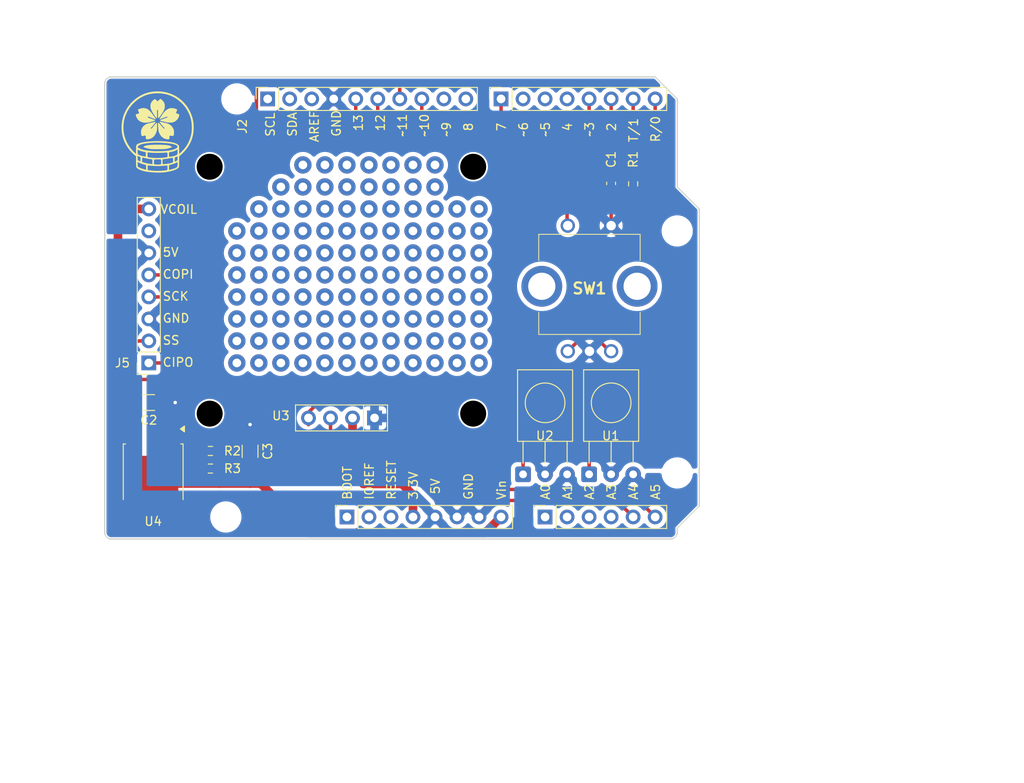
<source format=kicad_pcb>
(kicad_pcb (version 20241229) (generator "pcbnew") (generator_version "9.0")
  (title_block (date "mar. 31 mars 2015"))
  (layers (0 "F.Cu" signal) (2 "B.Cu" signal) (13 "F.Paste" user) (15 "B.Paste" user) (5 "F.SilkS" user "F.Silkscreen") (7 "B.SilkS" user "B.Silkscreen") (1 "F.Mask" user) (3 "B.Mask" user) (25 "Edge.Cuts" user))
  (net 0 "")
  (net 1 "GND")
  (net 3 "+5V")
  (net 4 "/IOREF")
  (net 5 "/A0")
  (net 6 "/A1")
  (net 7 "/A2")
  (net 8 "/A3")
  (net 9 "/7")
  (net 10 "/4")
  (net 11 "/2")
  (net 12 "/*6")
  (net 13 "/*5")
  (net 14 "/*3")
  (net 15 "+3.3V")
  (net 16 "/Vin")
  (net 17 "/~{RESET}")
  (net 18 "/A5")
  (net 19 "/A4")
  (net 20 "/1")
  (net 21 "/0")
  (net 22 "Net-(U2-OUT)")
  (net 23 "/COPI")
  (net 24 "/AREF")
  (net 25 "/13")
  (net 26 "/SCL")
  (net 27 "/SS")
  (net 28 "/~9")
  (net 29 "/SDA")
  (net 30 "/12")
  (net 31 "/8")
  (net 33 "/VCOIL")
  (net 34 "Net-(U4-ADJ)")
  (footprint "Connector_PinSocket_2.54mm:PinSocket_1x08_P2.54mm_Vertical" (layer "F.Cu") (at 127.94 97.46 90)
    (property "Reference" "J1" (hide yes))
    (property "Value" "Power")
    (pad "1" thru_hole rect (at 0 0 90) (size 1.7 1.7) (drill 1) (layers "*.Cu" "*.Mask"))
    (pad "2" thru_hole circle (at 0 2.54 90) (size 1.7 1.7) (drill 1) (layers "*.Cu" "*.Mask") (net 4 "/IOREF"))
    (pad "3" thru_hole circle (at 0 5.08 90) (size 1.7 1.7) (drill 1) (layers "*.Cu" "*.Mask") (net 17 "/~{RESET}"))
    (pad "4" thru_hole circle (at 0 7.62 90) (size 1.7 1.7) (drill 1) (layers "*.Cu" "*.Mask") (net 15 "+3.3V"))
    (pad "5" thru_hole circle (at 0 10.16 90) (size 1.7 1.7) (drill 1) (layers "*.Cu" "*.Mask") (net 3 "+5V"))
    (pad "6" thru_hole circle (at 0 12.7 90) (size 1.7 1.7) (drill 1) (layers "*.Cu" "*.Mask") (net 1 "GND"))
    (pad "7" thru_hole circle (at 0 15.24 90) (size 1.7 1.7) (drill 1) (layers "*.Cu" "*.Mask") (net 1 "GND"))
    (pad "8" thru_hole circle (at 0 17.78 90) (size 1.7 1.7) (drill 1) (layers "*.Cu" "*.Mask") (net 16 "/Vin"))
  )
  (footprint "Connector_PinSocket_2.54mm:PinSocket_1x06_P2.54mm_Vertical" (layer "F.Cu") (at 150.8 97.46 90)
    (property "Reference" "J3" (hide yes))
    (property "Value" "Analog")
    (pad "1" thru_hole rect (at 0 0 90) (size 1.7 1.7) (drill 1) (layers "*.Cu" "*.Mask") (net 5 "/A0"))
    (pad "2" thru_hole circle (at 0 2.54 90) (size 1.7 1.7) (drill 1) (layers "*.Cu" "*.Mask") (net 6 "/A1"))
    (pad "3" thru_hole circle (at 0 5.08 90) (size 1.7 1.7) (drill 1) (layers "*.Cu" "*.Mask") (net 7 "/A2"))
    (pad "4" thru_hole circle (at 0 7.62 90) (size 1.7 1.7) (drill 1) (layers "*.Cu" "*.Mask") (net 8 "/A3"))
    (pad "5" thru_hole circle (at 0 10.16 90) (size 1.7 1.7) (drill 1) (layers "*.Cu" "*.Mask") (net 19 "/A4"))
    (pad "6" thru_hole circle (at 0 12.7 90) (size 1.7 1.7) (drill 1) (layers "*.Cu" "*.Mask") (net 18 "/A5"))
  )
  (footprint "Connector_PinSocket_2.54mm:PinSocket_1x10_P2.54mm_Vertical" (layer "F.Cu") (at 118.796 49.2 90)
    (property "Reference" "J2" (at -3.175 -2.921 270) (layer "F.SilkS"))
    (property "Value" "Digital/PWM")
    (pad "1" thru_hole rect (at 0 0 90) (size 1.7 1.7) (drill 1) (layers "*.Cu" "*.Mask") (net 26 "/SCL"))
    (pad "2" thru_hole circle (at 0 2.54 90) (size 1.7 1.7) (drill 1) (layers "*.Cu" "*.Mask") (net 29 "/SDA"))
    (pad "3" thru_hole circle (at 0 5.08 90) (size 1.7 1.7) (drill 1) (layers "*.Cu" "*.Mask") (net 24 "/AREF"))
    (pad "4" thru_hole circle (at 0 7.62 90) (size 1.7 1.7) (drill 1) (layers "*.Cu" "*.Mask") (net 1 "GND"))
    (pad "5" thru_hole circle (at 0 10.16 90) (size 1.7 1.7) (drill 1) (layers "*.Cu" "*.Mask") (net 25 "/13"))
    (pad "6" thru_hole circle (at 0 12.7 90) (size 1.7 1.7) (drill 1) (layers "*.Cu" "*.Mask") (net 30 "/12"))
    (pad "7" thru_hole circle (at 0 15.24 90) (size 1.7 1.7) (drill 1) (layers "*.Cu" "*.Mask") (net 23 "/COPI"))
    (pad "8" thru_hole circle (at 0 17.78 90) (size 1.7 1.7) (drill 1) (layers "*.Cu" "*.Mask") (net 27 "/SS"))
    (pad "9" thru_hole circle (at 0 20.32 90) (size 1.7 1.7) (drill 1) (layers "*.Cu" "*.Mask") (net 28 "/~9"))
    (pad "10" thru_hole circle (at 0 22.86 90) (size 1.7 1.7) (drill 1) (layers "*.Cu" "*.Mask") (net 31 "/8"))
  )
  (footprint "Connector_PinSocket_2.54mm:PinSocket_1x08_P2.54mm_Vertical" (layer "F.Cu") (at 145.72 49.2 90)
    (property "Reference" "J4" (hide yes))
    (property "Value" "Digital/PWM")
    (pad "1" thru_hole rect (at 0 0 90) (size 1.7 1.7) (drill 1) (layers "*.Cu" "*.Mask") (net 9 "/7"))
    (pad "2" thru_hole circle (at 0 2.54 90) (size 1.7 1.7) (drill 1) (layers "*.Cu" "*.Mask") (net 12 "/*6"))
    (pad "3" thru_hole circle (at 0 5.08 90) (size 1.7 1.7) (drill 1) (layers "*.Cu" "*.Mask") (net 13 "/*5"))
    (pad "4" thru_hole circle (at 0 7.62 90) (size 1.7 1.7) (drill 1) (layers "*.Cu" "*.Mask") (net 10 "/4"))
    (pad "5" thru_hole circle (at 0 10.16 90) (size 1.7 1.7) (drill 1) (layers "*.Cu" "*.Mask") (net 14 "/*3"))
    (pad "6" thru_hole circle (at 0 12.7 90) (size 1.7 1.7) (drill 1) (layers "*.Cu" "*.Mask") (net 11 "/2"))
    (pad "7" thru_hole circle (at 0 15.24 90) (size 1.7 1.7) (drill 1) (layers "*.Cu" "*.Mask") (net 20 "/1"))
    (pad "8" thru_hole circle (at 0 17.78 90) (size 1.7 1.7) (drill 1) (layers "*.Cu" "*.Mask") (net 21 "/0"))
  )
  (footprint "myfootprint:PAD4X4_CHAMFER6" (layer "F.Cu") (at 115.24 56.82)
    (property "Reference" "REF**" (hide yes))
    (property "Value" "PAD4X4_CHAMFER6" (hide yes))
    (pad "4" thru_hole circle (at 7.62 0) (size 2 2) (drill 1) (layers "*.Cu" "*.Mask"))
    (pad "7" thru_hole circle (at 5.08 2.54) (size 2 2) (drill 1) (layers "*.Cu" "*.Mask"))
    (pad "8" thru_hole circle (at 7.62 2.54) (size 2 2) (drill 1) (layers "*.Cu" "*.Mask"))
    (pad "10" thru_hole circle (at 2.54 5.08) (size 2 2) (drill 1) (layers "*.Cu" "*.Mask"))
    (pad "11" thru_hole circle (at 5.08 5.08) (size 2 2) (drill 1) (layers "*.Cu" "*.Mask"))
    (pad "12" thru_hole circle (at 7.62 5.08) (size 2 2) (drill 1) (layers "*.Cu" "*.Mask"))
    (pad "13" thru_hole circle (at 0 7.62) (size 2 2) (drill 1) (layers "*.Cu" "*.Mask"))
    (pad "14" thru_hole circle (at 2.54 7.62) (size 2 2) (drill 1) (layers "*.Cu" "*.Mask"))
    (pad "15" thru_hole circle (at 5.08 7.62) (size 2 2) (drill 1) (layers "*.Cu" "*.Mask"))
    (pad "16" thru_hole circle (at 7.62 7.62) (size 2 2) (drill 1) (layers "*.Cu" "*.Mask"))
  )
  (footprint "Package_TO_SOT_SMD:TO-252-2" (layer "F.Cu") (at 105.587 92.34 -90)
    (property "Reference" "U4" (at 5.628 -0.001 180) (layer "F.SilkS"))
    (property "Value" "LM317_TO-252")
    (pad "1" smd roundrect (at -5.04 -2.28 270) (size 2.2 1.2) (layers "F.Cu" "F.Mask" "F.Paste") (roundrect_rratio 0.208333) (net 34 "Net-(U4-ADJ)"))
    (pad "2" smd roundrect (at 1.26 0 270) (size 6.4 5.8) (layers "F.Cu" "F.Mask") (roundrect_rratio 0.043103) (net 16 "/Vin"))
    (pad "3" smd roundrect (at -5.04 2.28 270) (size 2.2 1.2) (layers "F.Cu" "F.Mask" "F.Paste") (roundrect_rratio 0.208333) (net 33 "/VCOIL"))
  )
  (footprint "myfootprint:OLED_4pin_1.3_128X64" (layer "F.Cu") (at 127.305 71.28 180)
    (property "Reference" "U3" (at 6.985 -14.496 180) (layer "F.SilkS"))
    (property "Value" "OLED SSH1106")
    (pad "" np_thru_hole circle (at -15.2 -14.25 180) (size 3 3) (drill 3) (layers "*.Mask"))
    (pad "" np_thru_hole circle (at -15.2 14.25 180) (size 3 3) (drill 3) (layers "*.Mask"))
    (pad "" np_thru_hole circle (at 15.2 -14.25 180) (size 3 3) (drill 3) (layers "*.Mask"))
    (pad "" np_thru_hole circle (at 15.2 14.25 180) (size 3 3) (drill 3) (layers "*.Mask"))
    (pad "1" thru_hole rect (at -3.82 -14.75 180) (size 1.7 1.7) (drill 1) (layers "*.Cu" "*.Mask") (net 1 "GND"))
    (pad "2" thru_hole circle (at -1.28 -14.75 180) (size 1.7 1.7) (drill 1) (layers "*.Cu" "*.Mask") (net 15 "+3.3V"))
    (pad "3" thru_hole circle (at 1.26 -14.75 180) (size 1.7 1.7) (drill 1) (layers "*.Cu" "*.Mask") (net 18 "/A5"))
    (pad "4" thru_hole circle (at 3.8 -14.75 180) (size 1.7 1.7) (drill 1) (layers "*.Cu" "*.Mask") (net 19 "/A4"))
  )
  (footprint "myfootprint:EC11E15204A3" (layer "F.Cu") (at 153.42 78.33)
    (property "Reference" "SW1" (at 2.5 -7.25 0) (layer "F.SilkS") (effects (font (size 1.27 1.27) (thickness 0.254))))
    (property "Value" "EC11E15204A3" (hide yes))
    (pad "A1" thru_hole circle (at 0 0) (size 1.65 1.65) (drill 1.1) (layers "*.Cu" "*.Mask") (net 14 "/*3"))
    (pad "B1" thru_hole circle (at 5 0) (size 1.65 1.65) (drill 1.1) (layers "*.Cu" "*.Mask") (net 11 "/2"))
    (pad "C1" thru_hole circle (at 2.5 0) (size 1.65 1.65) (drill 1.1) (layers "*.Cu" "*.Mask") (net 1 "GND"))
    (pad "D1" thru_hole circle (at 0 -14.5) (size 1.65 1.65) (drill 1.1) (layers "*.Cu" "*.Mask") (net 9 "/7"))
    (pad "D2" thru_hole circle (at 5 -14.5) (size 1.65 1.65) (drill 1.1) (layers "*.Cu" "*.Mask") (net 1 "GND"))
    (pad "MH1" thru_hole circle (at -3 -7.5) (size 4.708 4.708) (drill 3.1385) (layers "*.Cu" "*.Mask"))
    (pad "MH2" thru_hole circle (at 8 -7.5) (size 4.708 4.708) (drill 3.1385) (layers "*.Cu" "*.Mask"))
  )
  (footprint "Capacitor_SMD:C_0603_1608Metric_Pad1.08x0.95mm_HandSolder" (layer "F.Cu") (at 158.42 58.952501 -90)
    (property "Reference" "C1" (at -2.767501 0 90) (layer "F.SilkS"))
    (property "Value" "100p")
    (pad "1" smd roundrect (at -0.8625 0 270) (size 1.075 0.95) (layers "F.Cu" "F.Mask" "F.Paste") (net 20 "/1"))
    (pad "2" smd roundrect (at 0.8625 0 270) (size 1.075 0.95) (layers "F.Cu" "F.Mask" "F.Paste") (net 1 "GND"))
  )
  (footprint "myfootprint:logo_sakurai_fsilk" (layer "F.Cu") (at 106.096 53.01)
    (property "Reference" "G***" (hide yes))
    (property "Value" "LOGO" (hide yes))
  )
  (footprint "myfootprint:PAD4X4" (layer "F.Cu") (at 125.4 66.98)
    (property "Reference" "REF**" (hide yes))
    (property "Value" "PAD4X4" (hide yes))
    (pad "1" thru_hole circle (at 0 0) (size 2 2) (drill 1) (layers "*.Cu" "*.Mask"))
    (pad "2" thru_hole circle (at 2.54 0) (size 2 2) (drill 1) (layers "*.Cu" "*.Mask"))
    (pad "3" thru_hole circle (at 5.08 0) (size 2 2) (drill 1) (layers "*.Cu" "*.Mask"))
    (pad "4" thru_hole circle (at 7.62 0) (size 2 2) (drill 1) (layers "*.Cu" "*.Mask"))
    (pad "5" thru_hole circle (at 0 2.54) (size 2 2) (drill 1) (layers "*.Cu" "*.Mask"))
    (pad "6" thru_hole circle (at 2.54 2.54) (size 2 2) (drill 1) (layers "*.Cu" "*.Mask"))
    (pad "7" thru_hole circle (at 5.08 2.54) (size 2 2) (drill 1) (layers "*.Cu" "*.Mask"))
    (pad "8" thru_hole circle (at 7.62 2.54) (size 2 2) (drill 1) (layers "*.Cu" "*.Mask"))
    (pad "9" thru_hole circle (at 0 5.08) (size 2 2) (drill 1) (layers "*.Cu" "*.Mask"))
    (pad "10" thru_hole circle (at 2.54 5.08) (size 2 2) (drill 1) (layers "*.Cu" "*.Mask"))
    (pad "11" thru_hole circle (at 5.08 5.08) (size 2 2) (drill 1) (layers "*.Cu" "*.Mask"))
    (pad "12" thru_hole circle (at 7.62 5.08) (size 2 2) (drill 1) (layers "*.Cu" "*.Mask"))
    (pad "13" thru_hole circle (at 0 7.62) (size 2 2) (drill 1) (layers "*.Cu" "*.Mask"))
    (pad "14" thru_hole circle (at 2.54 7.62) (size 2 2) (drill 1) (layers "*.Cu" "*.Mask"))
    (pad "15" thru_hole circle (at 5.08 7.62) (size 2 2) (drill 1) (layers "*.Cu" "*.Mask"))
    (pad "16" thru_hole circle (at 7.62 7.62) (size 2 2) (drill 1) (layers "*.Cu" "*.Mask"))
  )
  (footprint "myfootprint:PAD4X4" (layer "F.Cu") (at 135.56 66.98)
    (property "Reference" "REF**" (hide yes))
    (property "Value" "PAD4X4" (hide yes))
    (pad "1" thru_hole circle (at 0 0) (size 2 2) (drill 1) (layers "*.Cu" "*.Mask"))
    (pad "2" thru_hole circle (at 2.54 0) (size 2 2) (drill 1) (layers "*.Cu" "*.Mask"))
    (pad "3" thru_hole circle (at 5.08 0) (size 2 2) (drill 1) (layers "*.Cu" "*.Mask"))
    (pad "4" thru_hole circle (at 7.62 0) (size 2 2) (drill 1) (layers "*.Cu" "*.Mask"))
    (pad "5" thru_hole circle (at 0 2.54) (size 2 2) (drill 1) (layers "*.Cu" "*.Mask"))
    (pad "6" thru_hole circle (at 2.54 2.54) (size 2 2) (drill 1) (layers "*.Cu" "*.Mask"))
    (pad "7" thru_hole circle (at 5.08 2.54) (size 2 2) (drill 1) (layers "*.Cu" "*.Mask"))
    (pad "8" thru_hole circle (at 7.62 2.54) (size 2 2) (drill 1) (layers "*.Cu" "*.Mask"))
    (pad "9" thru_hole circle (at 0 5.08) (size 2 2) (drill 1) (layers "*.Cu" "*.Mask"))
    (pad "10" thru_hole circle (at 2.54 5.08) (size 2 2) (drill 1) (layers "*.Cu" "*.Mask"))
    (pad "11" thru_hole circle (at 5.08 5.08) (size 2 2) (drill 1) (layers "*.Cu" "*.Mask"))
    (pad "12" thru_hole circle (at 7.62 5.08) (size 2 2) (drill 1) (layers "*.Cu" "*.Mask"))
    (pad "13" thru_hole circle (at 0 7.62) (size 2 2) (drill 1) (layers "*.Cu" "*.Mask"))
    (pad "14" thru_hole circle (at 2.54 7.62) (size 2 2) (drill 1) (layers "*.Cu" "*.Mask"))
    (pad "15" thru_hole circle (at 5.08 7.62) (size 2 2) (drill 1) (layers "*.Cu" "*.Mask"))
    (pad "16" thru_hole circle (at 7.62 7.62) (size 2 2) (drill 1) (layers "*.Cu" "*.Mask"))
  )
  (footprint "myfootprint:PAD4X2" (layer "F.Cu") (at 115.24 77.14)
    (property "Reference" "REF**" (hide yes))
    (property "Value" "PAD4X2" (hide yes))
    (pad "1" thru_hole circle (at 0 0) (size 2 2) (drill 1) (layers "*.Cu" "*.Mask"))
    (pad "2" thru_hole circle (at 2.54 0) (size 2 2) (drill 1) (layers "*.Cu" "*.Mask"))
    (pad "3" thru_hole circle (at 5.08 0) (size 2 2) (drill 1) (layers "*.Cu" "*.Mask"))
    (pad "4" thru_hole circle (at 7.62 0) (size 2 2) (drill 1) (layers "*.Cu" "*.Mask"))
    (pad "5" thru_hole circle (at 0 2.54) (size 2 2) (drill 1) (layers "*.Cu" "*.Mask"))
    (pad "6" thru_hole circle (at 2.54 2.54) (size 2 2) (drill 1) (layers "*.Cu" "*.Mask"))
    (pad "7" thru_hole circle (at 5.08 2.54) (size 2 2) (drill 1) (layers "*.Cu" "*.Mask"))
    (pad "8" thru_hole circle (at 7.62 2.54) (size 2 2) (drill 1) (layers "*.Cu" "*.Mask"))
  )
  (footprint "myfootprint:PAD4X2" (layer "F.Cu") (at 135.56 77.14)
    (property "Reference" "REF**" (hide yes))
    (property "Value" "PAD4X2" (hide yes))
    (pad "1" thru_hole circle (at 0 0) (size 2 2) (drill 1) (layers "*.Cu" "*.Mask"))
    (pad "2" thru_hole circle (at 2.54 0) (size 2 2) (drill 1) (layers "*.Cu" "*.Mask"))
    (pad "3" thru_hole circle (at 5.08 0) (size 2 2) (drill 1) (layers "*.Cu" "*.Mask"))
    (pad "4" thru_hole circle (at 7.62 0) (size 2 2) (drill 1) (layers "*.Cu" "*.Mask"))
    (pad "5" thru_hole circle (at 0 2.54) (size 2 2) (drill 1) (layers "*.Cu" "*.Mask"))
    (pad "6" thru_hole circle (at 2.54 2.54) (size 2 2) (drill 1) (layers "*.Cu" "*.Mask"))
    (pad "7" thru_hole circle (at 5.08 2.54) (size 2 2) (drill 1) (layers "*.Cu" "*.Mask"))
    (pad "8" thru_hole circle (at 7.62 2.54) (size 2 2) (drill 1) (layers "*.Cu" "*.Mask"))
  )
  (footprint "Arduino_MountingHole:MountingHole_3.2mm" (layer "F.Cu") (at 115.24 49.2)
    (property "Reference" "MH1" (hide yes))
    (property "Value" "MountingHole_3.2mm" (hide yes))
    (pad "" np_thru_hole circle (at 0 0) (size 3.2 3.2) (drill 3.2) (layers "*.Cu" "*.Mask"))
  )
  (footprint "myfootprint:Vishay_MOLD-3Pin Folded" (layer "F.Cu") (at 148.26 92.5375)
    (property "Reference" "U2" (at 2.5 -4.445 0) (layer "F.SilkS"))
    (property "Value" "TSOP7000")
    (pad "1" thru_hole roundrect (at 0 0) (size 1.8 1.8) (drill 0.9) (layers "*.Cu" "*.Mask") (roundrect_rratio 0.138) (net 22 "Net-(U2-OUT)"))
    (pad "2" thru_hole circle (at 2.54 0) (size 1.8 1.8) (drill 0.9) (layers "*.Cu" "*.Mask") (net 1 "GND"))
    (pad "3" thru_hole circle (at 5.08 0) (size 1.8 1.8) (drill 0.9) (layers "*.Cu" "*.Mask") (net 3 "+5V"))
  )
  (footprint "Connector_PinSocket_2.54mm:PinSocket_1x08_P2.54mm_Vertical" (layer "F.Cu") (at 105.08 79.68 180)
    (property "Reference" "J5" (at 3.048 0 0) (layer "F.SilkS"))
    (property "Value" "Conn_01x08")
    (pad "1" thru_hole rect (at 0 0 180) (size 1.7 1.7) (drill 1) (layers "*.Cu" "*.Mask") (net 30 "/12"))
    (pad "2" thru_hole circle (at 0 2.54 180) (size 1.7 1.7) (drill 1) (layers "*.Cu" "*.Mask") (net 27 "/SS"))
    (pad "3" thru_hole circle (at 0 5.08 180) (size 1.7 1.7) (drill 1) (layers "*.Cu" "*.Mask") (net 1 "GND"))
    (pad "4" thru_hole circle (at 0 7.62 180) (size 1.7 1.7) (drill 1) (layers "*.Cu" "*.Mask") (net 25 "/13"))
    (pad "5" thru_hole circle (at 0 10.16 180) (size 1.7 1.7) (drill 1) (layers "*.Cu" "*.Mask") (net 23 "/COPI"))
    (pad "6" thru_hole circle (at 0 12.7 180) (size 1.7 1.7) (drill 1) (layers "*.Cu" "*.Mask") (net 3 "+5V"))
    (pad "7" thru_hole circle (at 0 15.24 180) (size 1.7 1.7) (drill 1) (layers "*.Cu" "*.Mask"))
    (pad "8" thru_hole circle (at 0 17.78 180) (size 1.7 1.7) (drill 1) (layers "*.Cu" "*.Mask") (net 33 "/VCOIL"))
  )
  (footprint "Resistor_SMD:R_0603_1608Metric_Pad0.98x0.95mm_HandSolder" (layer "F.Cu") (at 112.192 89.84 180)
    (property "Reference" "R2" (at -2.54 0 0) (layer "F.SilkS"))
    (property "Value" "1K")
    (pad "1" smd roundrect (at -0.9125 0 180) (size 0.975 0.95) (layers "F.Cu" "F.Mask" "F.Paste") (net 1 "GND"))
    (pad "2" smd roundrect (at 0.9125 0 180) (size 0.975 0.95) (layers "F.Cu" "F.Mask" "F.Paste") (net 34 "Net-(U4-ADJ)"))
  )
  (footprint "Capacitor_SMD:C_1206_3216Metric_Pad1.33x1.80mm_HandSolder" (layer "F.Cu") (at 116.764 89.8785 90)
    (property "Reference" "C3" (at 0 2.032 90) (layer "F.SilkS"))
    (property "Value" "C")
    (pad "1" smd roundrect (at -1.5625 0 90) (size 1.325 1.8) (layers "F.Cu" "F.Mask" "F.Paste") (roundrect_rratio 0.188679) (net 16 "/Vin"))
    (pad "2" smd roundrect (at 1.5625 0 90) (size 1.325 1.8) (layers "F.Cu" "F.Mask" "F.Paste") (roundrect_rratio 0.188679) (net 1 "GND"))
  )
  (footprint "Resistor_SMD:R_0603_1608Metric_Pad0.98x0.95mm_HandSolder" (layer "F.Cu") (at 112.192 91.872)
    (property "Reference" "R3" (at 2.54 0 0) (layer "F.SilkS"))
    (property "Value" "1K")
    (pad "1" smd roundrect (at -0.9125 0) (size 0.975 0.95) (layers "F.Cu" "F.Mask" "F.Paste") (net 34 "Net-(U4-ADJ)"))
    (pad "2" smd roundrect (at 0.9125 0) (size 0.975 0.95) (layers "F.Cu" "F.Mask" "F.Paste") (net 16 "/Vin"))
  )
  (footprint "myfootprint:PAD4X4_CHAMFER2X2" (layer "F.Cu") (at 143.18 56.82 -90)
    (property "Reference" "REF**" (hide yes))
    (property "Value" "PAD4X4_CHAMFER2X2" (hide yes))
    (pad "3" thru_hole circle (at 5.079999 0 270) (size 2 2) (drill 1) (layers "*.Cu" "*.Mask"))
    (pad "4" thru_hole circle (at 7.62 0 270) (size 2 2) (drill 1) (layers "*.Cu" "*.Mask"))
    (pad "7" thru_hole circle (at 5.08 2.54 270) (size 2 2) (drill 1) (layers "*.Cu" "*.Mask"))
    (pad "8" thru_hole circle (at 7.62 2.54 270) (size 2 2) (drill 1) (layers "*.Cu" "*.Mask"))
    (pad "9" thru_hole circle (at 0 5.079999 270) (size 2 2) (drill 1) (layers "*.Cu" "*.Mask"))
    (pad "10" thru_hole circle (at 2.54 5.08 270) (size 2 2) (drill 1) (layers "*.Cu" "*.Mask"))
    (pad "11" thru_hole circle (at 5.08 5.08 270) (size 2 2) (drill 1) (layers "*.Cu" "*.Mask"))
    (pad "12" thru_hole circle (at 7.62 5.08 270) (size 2 2) (drill 1) (layers "*.Cu" "*.Mask"))
    (pad "13" thru_hole circle (at 0 7.62 270) (size 2 2) (drill 1) (layers "*.Cu" "*.Mask"))
    (pad "14" thru_hole circle (at 2.54 7.62 270) (size 2 2) (drill 1) (layers "*.Cu" "*.Mask"))
    (pad "15" thru_hole circle (at 5.08 7.62 270) (size 2 2) (drill 1) (layers "*.Cu" "*.Mask"))
    (pad "16" thru_hole circle (at 7.62 7.62 270) (size 2 2) (drill 1) (layers "*.Cu" "*.Mask"))
  )
  (footprint "myfootprint:Vishay_MOLD-3Pin Folded" (layer "F.Cu") (at 155.88 92.5375)
    (property "Reference" "U1" (at 2.5 -4.445 0) (layer "F.SilkS"))
    (property "Value" "TSOP4838(?)")
    (pad "1" thru_hole roundrect (at 0 0) (size 1.8 1.8) (drill 0.9) (layers "*.Cu" "*.Mask") (roundrect_rratio 0.138) (net 21 "/0"))
    (pad "2" thru_hole circle (at 2.54 0) (size 1.8 1.8) (drill 0.9) (layers "*.Cu" "*.Mask") (net 1 "GND"))
    (pad "3" thru_hole circle (at 5.08 0) (size 1.8 1.8) (drill 0.9) (layers "*.Cu" "*.Mask") (net 3 "+5V"))
  )
  (footprint "Resistor_SMD:R_0603_1608Metric_Pad0.98x0.95mm_HandSolder" (layer "F.Cu") (at 160.96 59.0025 90)
    (property "Reference" "R1" (at 2.8175 0 90) (layer "F.SilkS"))
    (property "Value" "1K")
    (pad "1" smd roundrect (at -0.9125 0 90) (size 0.975 0.95) (layers "F.Cu" "F.Mask" "F.Paste") (net 22 "Net-(U2-OUT)"))
    (pad "2" smd roundrect (at 0.9125 0 90) (size 0.975 0.95) (layers "F.Cu" "F.Mask" "F.Paste") (net 20 "/1"))
  )
  (footprint "Capacitor_SMD:C_1206_3216Metric_Pad1.33x1.80mm_HandSolder" (layer "F.Cu") (at 105.0415 84.252)
    (property "Reference" "C2" (at 0.0385 2.032 0) (layer "F.SilkS"))
    (property "Value" "C")
    (pad "1" smd roundrect (at -1.5625 0) (size 1.325 1.8) (layers "F.Cu" "F.Mask" "F.Paste") (roundrect_rratio 0.188679) (net 33 "/VCOIL"))
    (pad "2" smd roundrect (at 1.5625 0) (size 1.325 1.8) (layers "F.Cu" "F.Mask" "F.Paste") (roundrect_rratio 0.188679) (net 1 "GND"))
  )
  (footprint "Arduino_MountingHole:MountingHole_3.2mm" (layer "F.Cu") (at 113.97 97.46)
    (property "Reference" "MH2" (hide yes))
    (property "Value" "MountingHole_3.2mm" (hide yes))
    (pad "" np_thru_hole circle (at 0 0) (size 3.2 3.2) (drill 3.2) (layers "*.Cu" "*.Mask"))
  )
  (footprint "myfootprint:PAD4X4" (layer "F.Cu") (at 125.4 56.82)
    (property "Reference" "REF**" (hide yes))
    (property "Value" "PAD4X4" (hide yes))
    (pad "1" thru_hole circle (at 0 0) (size 2 2) (drill 1) (layers "*.Cu" "*.Mask"))
    (pad "2" thru_hole circle (at 2.54 0) (size 2 2) (drill 1) (layers "*.Cu" "*.Mask"))
    (pad "3" thru_hole circle (at 5.08 0) (size 2 2) (drill 1) (layers "*.Cu" "*.Mask"))
    (pad "4" thru_hole circle (at 7.62 0) (size 2 2) (drill 1) (layers "*.Cu" "*.Mask"))
    (pad "5" thru_hole circle (at 0 2.54) (size 2 2) (drill 1) (layers "*.Cu" "*.Mask"))
    (pad "6" thru_hole circle (at 2.54 2.54) (size 2 2) (drill 1) (layers "*.Cu" "*.Mask"))
    (pad "7" thru_hole circle (at 5.08 2.54) (size 2 2) (drill 1) (layers "*.Cu" "*.Mask"))
    (pad "8" thru_hole circle (at 7.62 2.54) (size 2 2) (drill 1) (layers "*.Cu" "*.Mask"))
    (pad "9" thru_hole circle (at 0 5.08) (size 2 2) (drill 1) (layers "*.Cu" "*.Mask"))
    (pad "10" thru_hole circle (at 2.54 5.08) (size 2 2) (drill 1) (layers "*.Cu" "*.Mask"))
    (pad "11" thru_hole circle (at 5.08 5.08) (size 2 2) (drill 1) (layers "*.Cu" "*.Mask"))
    (pad "12" thru_hole circle (at 7.62 5.08) (size 2 2) (drill 1) (layers "*.Cu" "*.Mask"))
    (pad "13" thru_hole circle (at 0 7.62) (size 2 2) (drill 1) (layers "*.Cu" "*.Mask"))
    (pad "14" thru_hole circle (at 2.54 7.62) (size 2 2) (drill 1) (layers "*.Cu" "*.Mask"))
    (pad "15" thru_hole circle (at 5.08 7.62) (size 2 2) (drill 1) (layers "*.Cu" "*.Mask"))
    (pad "16" thru_hole circle (at 7.62 7.62) (size 2 2) (drill 1) (layers "*.Cu" "*.Mask"))
  )
  (footprint "Arduino_MountingHole:MountingHole_3.2mm" (layer "F.Cu") (at 166.04 64.44)
    (property "Reference" "MH3" (hide yes))
    (property "Value" "MountingHole_3.2mm" (hide yes))
    (pad "" np_thru_hole circle (at 0 0) (size 3.2 3.2) (drill 3.2) (layers "*.Cu" "*.Mask"))
  )
  (footprint "Arduino_MountingHole:MountingHole_3.2mm" (layer "F.Cu") (at 166.04 92.38)
    (property "Reference" "MH4" (hide yes))
    (property "Value" "MountingHole_3.2mm" (hide yes))
    (pad "" np_thru_hole circle (at 0 0) (size 3.2 3.2) (drill 3.2) (layers "*.Cu" "*.Mask"))
  )
  (footprint "myfootprint:PAD4X4" (layer "F.Cu") (at 115.24 66.98)
    (property "Reference" "REF**" (hide yes))
    (property "Value" "PAD4X4" (hide yes))
    (pad "1" thru_hole circle (at 0 0) (size 2 2) (drill 1) (layers "*.Cu" "*.Mask"))
    (pad "2" thru_hole circle (at 2.54 0) (size 2 2) (drill 1) (layers "*.Cu" "*.Mask"))
    (pad "3" thru_hole circle (at 5.08 0) (size 2 2) (drill 1) (layers "*.Cu" "*.Mask"))
    (pad "4" thru_hole circle (at 7.62 0) (size 2 2) (drill 1) (layers "*.Cu" "*.Mask"))
    (pad "5" thru_hole circle (at 0 2.54) (size 2 2) (drill 1) (layers "*.Cu" "*.Mask"))
    (pad "6" thru_hole circle (at 2.54 2.54) (size 2 2) (drill 1) (layers "*.Cu" "*.Mask"))
    (pad "7" thru_hole circle (at 5.08 2.54) (size 2 2) (drill 1) (layers "*.Cu" "*.Mask"))
    (pad "8" thru_hole circle (at 7.62 2.54) (size 2 2) (drill 1) (layers "*.Cu" "*.Mask"))
    (pad "9" thru_hole circle (at 0 5.08) (size 2 2) (drill 1) (layers "*.Cu" "*.Mask"))
    (pad "10" thru_hole circle (at 2.54 5.08) (size 2 2) (drill 1) (layers "*.Cu" "*.Mask"))
    (pad "11" thru_hole circle (at 5.08 5.08) (size 2 2) (drill 1) (layers "*.Cu" "*.Mask"))
    (pad "12" thru_hole circle (at 7.62 5.08) (size 2 2) (drill 1) (layers "*.Cu" "*.Mask"))
    (pad "13" thru_hole circle (at 0 7.62) (size 2 2) (drill 1) (layers "*.Cu" "*.Mask"))
    (pad "14" thru_hole circle (at 2.54 7.62) (size 2 2) (drill 1) (layers "*.Cu" "*.Mask"))
    (pad "15" thru_hole circle (at 5.08 7.62) (size 2 2) (drill 1) (layers "*.Cu" "*.Mask"))
    (pad "16" thru_hole circle (at 7.62 7.62) (size 2 2) (drill 1) (layers "*.Cu" "*.Mask"))
  )
  (footprint "myfootprint:PAD4X2" (layer "F.Cu") (at 125.4 77.14)
    (property "Reference" "REF**" (hide yes))
    (property "Value" "PAD4X2" (hide yes))
    (pad "1" thru_hole circle (at 0 0) (size 2 2) (drill 1) (layers "*.Cu" "*.Mask"))
    (pad "2" thru_hole circle (at 2.54 0) (size 2 2) (drill 1) (layers "*.Cu" "*.Mask"))
    (pad "3" thru_hole circle (at 5.08 0) (size 2 2) (drill 1) (layers "*.Cu" "*.Mask"))
    (pad "4" thru_hole circle (at 7.62 0) (size 2 2) (drill 1) (layers "*.Cu" "*.Mask"))
    (pad "5" thru_hole circle (at 0 2.54) (size 2 2) (drill 1) (layers "*.Cu" "*.Mask"))
    (pad "6" thru_hole circle (at 2.54 2.54) (size 2 2) (drill 1) (layers "*.Cu" "*.Mask"))
    (pad "7" thru_hole circle (at 5.08 2.54) (size 2 2) (drill 1) (layers "*.Cu" "*.Mask"))
    (pad "8" thru_hole circle (at 7.62 2.54) (size 2 2) (drill 1) (layers "*.Cu" "*.Mask"))
  )
  (gr_line (start 166.04 59.36) (end 168.58 61.9) (stroke (width 0.15)) (layer "Edge.Cuts"))
  (gr_line (start 100 99.238) (end 100 47.422) (stroke (width 0.15)) (layer "Edge.Cuts"))
  (gr_line (start 168.58 61.9) (end 168.58 96.19) (stroke (width 0.15)) (layer "Edge.Cuts"))
  (gr_line (start 165.278 100) (end 100.762 100) (stroke (width 0.15)) (layer "Edge.Cuts"))
  (gr_line (start 100.762 46.66) (end 163.5 46.66) (stroke (width 0.15)) (layer "Edge.Cuts"))
  (gr_arc (start 100.762 100) (mid 100.223185 99.776815) (end 100 99.238) (stroke (width 0.15)) (layer "Edge.Cuts"))
  (gr_line (start 168.58 96.19) (end 166.04 98.73) (stroke (width 0.15)) (layer "Edge.Cuts"))
  (gr_line (start 163.5 46.66) (end 166.04 49.2) (stroke (width 0.15)) (layer "Edge.Cuts"))
  (gr_arc (start 166.04 99.238) (mid 165.816815 99.776815) (end 165.278 100) (stroke (width 0.15)) (layer "Edge.Cuts"))
  (gr_line (start 166.04 49.2) (end 166.04 59.36) (stroke (width 0.15)) (layer "Edge.Cuts"))
  (gr_line (start 166.04 98.73) (end 166.04 99.238) (stroke (width 0.15)) (layer "Edge.Cuts"))
  (gr_arc (start 100 47.422) (mid 100.223185 46.883185) (end 100.762 46.66) (stroke (width 0.15)) (layer "Edge.Cuts"))
  (gr_text "5V" (at 106.604 67.488 0) (layer "F.SilkS") (effects (font (size 1 1)) (justify left bottom)))
  (gr_text "7" (at 146.355 53.01 90) (layer "F.SilkS") (effects (font (size 1 1)) (justify left bottom)))
  (gr_text "SCK" (at 106.604 72.568 0) (layer "F.SilkS") (effects (font (size 1 1)) (justify left bottom)))
  (gr_text "A5" (at 164.135 95.555 90) (layer "F.SilkS") (effects (font (size 1 1)) (justify left bottom)))
  (gr_text "3.3V" (at 136.195 95.555 90) (layer "F.SilkS") (effects (font (size 1 1)) (justify left bottom)))
  (gr_text "Vin" (at 146.355 95.555 90) (layer "F.SilkS") (effects (font (size 1 1)) (justify left bottom)))
  (gr_text "IOREF" (at 131.115 95.555 90) (layer "F.SilkS") (effects (font (size 1 1)) (justify left bottom)))
  (gr_text "A4" (at 161.595 95.555 90) (layer "F.SilkS") (effects (font (size 1 1)) (justify left bottom)))
  (gr_text "SCL" (at 119.685 53.645 90) (layer "F.SilkS") (effects (font (size 1 1)) (justify left bottom)))
  (gr_text "8" (at 142.545 53.01 90) (layer "F.SilkS") (effects (font (size 1 1)) (justify left bottom)))
  (gr_text "CIPO" (at 106.604 80.188 0) (layer "F.SilkS") (effects (font (size 1 1)) (justify left bottom)))
  (gr_text "13" (at 129.845 53.01 90) (layer "F.SilkS") (effects (font (size 1 1)) (justify left bottom)))
  (gr_text "A2" (at 156.515 95.555 90) (layer "F.SilkS") (effects (font (size 1 1)) (justify left bottom)))
  (gr_text "R/0" (at 164.135 54.28 90) (layer "F.SilkS") (effects (font (size 1 1)) (justify left bottom)))
  (gr_text "~9" (at 140.005 53.645 90) (layer "F.SilkS") (effects (font (size 1 1)) (justify left bottom)))
  (gr_text "SS" (at 106.604 77.648 0) (layer "F.SilkS") (effects (font (size 1 1)) (justify left bottom)))
  (gr_text "12" (at 132.385 53.01 90) (layer "F.SilkS") (effects (font (size 1 1)) (justify left bottom)))
  (gr_text "A0" (at 151.435 95.555 90) (layer "F.SilkS") (effects (font (size 1 1)) (justify left bottom)))
  (gr_text "SDA" (at 122.225 53.645 90) (layer "F.SilkS") (effects (font (size 1 1)) (justify left bottom)))
  (gr_text "T/1" (at 161.595 54.28 90) (layer "F.SilkS") (effects (font (size 1 1)) (justify left bottom)))
  (gr_text "5V" (at 138.735 94.92 90) (layer "F.SilkS") (effects (font (size 1 1)) (justify left bottom)))
  (gr_text "GND" (at 127.305 53.645 90) (layer "F.SilkS") (effects (font (size 1 1)) (justify left bottom)))
  (gr_text "A3" (at 159.055 95.555 90) (layer "F.SilkS") (effects (font (size 1 1)) (justify left bottom)))
  (gr_text "~3" (at 156.515 53.645 90) (layer "F.SilkS") (effects (font (size 1 1)) (justify left bottom)))
  (gr_text "2" (at 159.055 53.01 90) (layer "F.SilkS") (effects (font (size 1 1)) (justify left bottom)))
  (gr_text "~6" (at 148.895 53.645 90) (layer "F.SilkS") (effects (font (size 1 1)) (justify left bottom)))
  (gr_text "~11" (at 134.925 53.645 90) (layer "F.SilkS") (effects (font (size 1 1)) (justify left bottom)))
  (gr_text "AREF" (at 124.765 54.28 90) (layer "F.SilkS") (effects (font (size 1 1)) (justify left bottom)))
  (gr_text "~5" (at 151.435 53.645 90) (layer "F.SilkS") (effects (font (size 1 1)) (justify left bottom)))
  (gr_text "GND\n" (at 142.545 95.555 90) (layer "F.SilkS") (effects (font (size 1 1)) (justify left bottom)))
  (gr_text "COPI" (at 106.604 70.028 0) (layer "F.SilkS") (effects (font (size 1 1)) (justify left bottom)))
  (gr_text "A1" (at 153.975 95.555 90) (layer "F.SilkS") (effects (font (size 1 1)) (justify left bottom)))
  (gr_text "RESET" (at 133.655 95.555 90) (layer "F.SilkS") (effects (font (size 1 1)) (justify left bottom)))
  (gr_text "BOOT" (at 128.575 95.555 90) (layer "F.SilkS") (effects (font (size 1 1)) (justify left bottom)))
  (gr_text "4" (at 153.975 53.01 90) (layer "F.SilkS") (effects (font (size 1 1)) (justify left bottom)))
  (gr_text "GND" (at 106.604 75.108 0) (layer "F.SilkS") (effects (font (size 1 1)) (justify left bottom)))
  (gr_text "~10" (at 137.465 53.645 90) (layer "F.SilkS") (effects (font (size 1 1)) (justify left bottom)))
  (gr_text "VCOIL\n" (at 106.35 62.535 0) (layer "F.SilkS") (effects (font (size 1 1)) (justify left bottom)))
  (segment (start 108.128 84.252) (end 106.604 84.252) (width 1) (layer "F.Cu") (net 1))
  (segment (start 116.764 88.316) (end 116.764 86.792) (width 1) (layer "F.Cu") (net 1))
  (segment (start 158.42 63.83) (end 158.34 63.91) (width 0.4) (layer "F.Cu") (net 1))
  (segment (start 113.001 89.7365) (end 113.001 89.539) (width 0.4) (layer "F.Cu") (net 1))
  (segment (start 158.42 59.815002) (end 158.42 63.83) (width 0.4) (layer "F.Cu") (net 1))
  (segment (start 114.224 88.316) (end 116.764 88.316) (width 0.4) (layer "F.Cu") (net 1))
  (segment (start 113.001 89.539) (end 114.224 88.316) (width 0.4) (layer "F.Cu") (net 1))
  (segment (start 113.1045 89.84) (end 113.001 89.7365) (width 0.4) (layer "F.Cu") (net 1))
  (via (at 116.764 86.792) (size 0.8) (drill 0.4) (layers "F.Cu" "B.Cu") (net 1))
  (via (at 108.128 84.252) (size 0.8) (drill 0.4) (layers "F.Cu" "B.Cu") (net 1))
  (segment (start 131.125 86.81) (end 131.125 87.945) (width 0.25) (layer "B.Cu") (net 1))
  (segment (start 153.34 53.01) (end 153.34 63.91) (width 0.4) (layer "F.Cu") (net 9))
  (segment (start 145.72 49.2) (end 145.72 51.105) (width 0.4) (layer "F.Cu") (net 9))
  (segment (start 152.07 51.74) (end 153.34 53.01) (width 0.4) (layer "F.Cu") (net 9))
  (segment (start 146.355 51.74) (end 152.07 51.74) (width 0.4) (layer "F.Cu") (net 9))
  (segment (start 145.72 51.105) (end 146.355 51.74) (width 0.4) (layer "F.Cu") (net 9))
  (segment (start 156.515 76.585) (end 158.34 78.41) (width 0.4) (layer "F.Cu") (net 11))
  (segment (start 158.42 51.105) (end 156.515 53.01) (width 0.4) (layer "F.Cu") (net 11))
  (segment (start 156.515 53.01) (end 156.515 76.585) (width 0.4) (layer "F.Cu") (net 11))
  (segment (start 158.42 49.2) (end 158.42 51.105) (width 0.4) (layer "F.Cu") (net 11))
  (segment (start 155.245 51.74) (end 155.88 51.105) (width 0.4) (layer "F.Cu") (net 14))
  (segment (start 155.245 76.505) (end 155.245 51.74) (width 0.4) (layer "F.Cu") (net 14))
  (segment (start 153.34 78.41) (end 155.245 76.505) (width 0.4) (layer "F.Cu") (net 14))
  (segment (start 155.88 51.105) (end 155.88 49.2) (width 0.4) (layer "F.Cu") (net 14))
  (segment (start 128.585 92.39) (end 128.585 86.81) (width 1) (layer "F.Cu") (net 15))
  (segment (start 129.845 93.65) (end 128.585 92.39) (width 1) (layer "F.Cu") (net 15))
  (segment (start 135.56 94.92) (end 134.29 93.65) (width 1) (layer "F.Cu") (net 15))
  (segment (start 135.56 97.46) (end 135.56 94.92) (width 1) (layer "F.Cu") (net 15))
  (segment (start 134.29 93.65) (end 129.845 93.65) (width 1) (layer "F.Cu") (net 15))
  (segment (start 113.208 93.600001) (end 116.764 93.600001) (width 1) (layer "F.Cu") (net 16))
  (segment (start 143.881 99.299) (end 145.72 97.46) (width 1) (layer "F.Cu") (net 16))
  (segment (start 105.587 93.600001) (end 113.208 93.600001) (width 1) (layer "F.Cu") (net 16))
  (segment (start 113.1045 93.496501) (end 113.208 93.600001) (width 0.4) (layer "F.Cu") (net 16))
  (segment (start 116.764 91.441) (end 116.764 93.600001) (width 1) (layer "F.Cu") (net 16))
  (segment (start 123.683 99.299) (end 143.881 99.299) (width 1) (layer "F.Cu") (net 16))
  (segment (start 113.1045 91.872) (end 113.1045 93.496501) (width 0.4) (layer "F.Cu") (net 16))
  (segment (start 116.764 93.600001) (end 117.984001 93.600001) (width 1) (layer "F.Cu") (net 16))
  (segment (start 117.984001 93.600001) (end 123.683 99.299) (width 1) (layer "F.Cu") (net 16))
  (segment (start 121.844 88.824) (end 125.4 88.824) (width 0.4) (layer "F.Cu") (net 18))
  (segment (start 125.4 88.824) (end 126.045 88.179) (width 0.4) (layer "F.Cu") (net 18))
  (segment (start 120.955 84.76) (end 120.955 87.935) (width 0.4) (layer "F.Cu") (net 18))
  (segment (start 160.325 94.285) (end 145.085 94.285) (width 0.4) (layer "F.Cu") (net 18))
  (segment (start 133.655 82.855) (end 122.86 82.855) (width 0.4) (layer "F.Cu") (net 18))
  (segment (start 163.5 97.46) (end 160.325 94.285) (width 0.4) (layer "F.Cu") (net 18))
  (segment (start 126.045 88.179) (end 126.045 86.81) (width 0.4) (layer "F.Cu") (net 18))
  (segment (start 122.86 82.855) (end 120.955 84.76) (width 0.4) (layer "F.Cu") (net 18))
  (segment (start 120.955 87.935) (end 121.844 88.824) (width 0.4) (layer "F.Cu") (net 18))
  (segment (start 145.085 94.285) (end 133.655 82.855) (width 0.4) (layer "F.Cu") (net 18))
  (segment (start 133.036 84.141) (end 124.749 84.141) (width 0.4) (layer "F.Cu") (net 19))
  (segment (start 160.96 97.46) (end 159.055 95.555) (width 0.4) (layer "F.Cu") (net 19))
  (segment (start 123.505 85.385) (end 123.505 86.81) (width 0.4) (layer "F.Cu") (net 19))
  (segment (start 159.055 95.555) (end 144.45 95.555) (width 0.4) (layer "F.Cu") (net 19))
  (segment (start 144.45 95.555) (end 133.036 84.141) (width 0.4) (layer "F.Cu") (net 19))
  (segment (start 124.749 84.141) (end 123.505 85.385) (width 0.4) (layer "F.Cu") (net 19))
  (segment (start 160.96 58.09) (end 158.42 58.09) (width 0.4) (layer "F.Cu") (net 20))
  (segment (start 160.96 49.2) (end 160.96 58.09) (width 0.4) (layer "F.Cu") (net 20))
  (segment (start 155.88 92.5375) (end 155.88 90.475) (width 0.4) (layer "F.Cu") (net 21))
  (segment (start 164.135 89.205) (end 166.675 86.665) (width 0.4) (layer "F.Cu") (net 21))
  (segment (start 166.675 68.780782) (end 163.5 65.605782) (width 0.4) (layer "F.Cu") (net 21))
  (segment (start 163.5 65.605782) (end 163.5 49.2) (width 0.4) (layer "F.Cu") (net 21))
  (segment (start 155.88 90.475) (end 157.15 89.205) (width 0.4) (layer "F.Cu") (net 21))
  (segment (start 166.675 86.665) (end 166.675 68.780782) (width 0.4) (layer "F.Cu") (net 21))
  (segment (start 157.15 89.205) (end 164.135 89.205) (width 0.4) (layer "F.Cu") (net 21))
  (segment (start 160.96 65.075) (end 165.405 69.52) (width 0.4) (layer "F.Cu") (net 22))
  (segment (start 148.26 89.205) (end 148.26 92.5375) (width 0.4) (layer "F.Cu") (net 22))
  (segment (start 149.53 87.935) (end 148.26 89.205) (width 0.4) (layer "F.Cu") (net 22))
  (segment (start 165.405 86.03) (end 163.5 87.935) (width 0.4) (layer "F.Cu") (net 22))
  (segment (start 163.5 87.935) (end 149.53 87.935) (width 0.4) (layer "F.Cu") (net 22))
  (segment (start 160.96 59.915) (end 160.96 65.075) (width 0.4) (layer "F.Cu") (net 22))
  (segment (start 165.405 69.52) (end 165.405 86.03) (width 0.4) (layer "F.Cu") (net 22))
  (segment (start 134.036 49.2) (end 134.036 47.676) (width 0.4) (layer "F.Cu") (net 23))
  (segment (start 107.62 68.504) (end 106.604 69.52) (width 0.4) (layer "F.Cu") (net 23))
  (segment (start 117.495 55.2) (end 107.62 65.075) (width 0.4) (layer "F.Cu") (net 23))
  (segment (start 118.099 47.295) (end 117.495 47.899) (width 0.4) (layer "F.Cu") (net 23))
  (segment (start 134.036 47.676) (end 133.655 47.295) (width 0.4) (layer "F.Cu") (net 23))
  (segment (start 106.604 69.52) (end 105.08 69.52) (width 0.4) (layer "F.Cu") (net 23))
  (segment (start 107.62 65.075) (end 107.62 68.504) (width 0.4) (layer "F.Cu") (net 23))
  (segment (start 133.655 47.295) (end 118.099 47.295) (width 0.4) (layer "F.Cu") (net 23))
  (segment (start 117.495 47.899) (end 117.495 55.2) (width 0.4) (layer "F.Cu") (net 23))
  (segment (start 108.89 65.075) (end 108.89 69.774) (width 0.4) (layer "F.Cu") (net 25))
  (segment (start 128.956 49.2) (end 128.956 50.724) (width 0.4) (layer "F.Cu") (net 25))
  (segment (start 127.94 51.74) (end 122.225 51.74) (width 0.4) (layer "F.Cu") (net 25))
  (segment (start 128.956 50.724) (end 127.94 51.74) (width 0.4) (layer "F.Cu") (net 25))
  (segment (start 108.89 69.774) (end 106.604 72.06) (width 0.4) (layer "F.Cu") (net 25))
  (segment (start 106.604 72.06) (end 105.08 72.06) (width 0.4) (layer "F.Cu") (net 25))
  (segment (start 122.225 51.74) (end 108.89 65.075) (width 0.4) (layer "F.Cu") (net 25))
  (segment (start 133.655 54.28) (end 136.576 51.359) (width 0.4) (layer "F.Cu") (net 27))
  (segment (start 105.08 77.14) (end 103.81 77.14) (width 0.4) (layer "F.Cu") (net 27))
  (segment (start 103.175 77.775) (end 103.175 80.95) (width 0.4) (layer "F.Cu") (net 27))
  (segment (start 108.255 81.585) (end 111.43 78.41) (width 0.4) (layer "F.Cu") (net 27))
  (segment (start 103.175 80.95) (end 103.81 81.585) (width 0.4) (layer "F.Cu") (net 27))
  (segment (start 122.225 54.28) (end 133.655 54.28) (width 0.4) (layer "F.Cu") (net 27))
  (segment (start 111.43 78.41) (end 111.43 65.075) (width 0.4) (layer "F.Cu") (net 27))
  (segment (start 136.576 51.359) (end 136.576 49.2) (width 0.4) (layer "F.Cu") (net 27))
  (segment (start 111.43 65.075) (end 122.225 54.28) (width 0.4) (layer "F.Cu") (net 27))
  (segment (start 103.81 77.14) (end 103.175 77.775) (width 0.4) (layer "F.Cu") (net 27))
  (segment (start 103.81 81.585) (end 108.255 81.585) (width 0.4) (layer "F.Cu") (net 27))
  (segment (start 122.225 53.01) (end 129.845 53.01) (width 0.4) (layer "F.Cu") (net 30))
  (segment (start 129.845 53.01) (end 131.496 51.359) (width 0.4) (layer "F.Cu") (net 30))
  (segment (start 131.496 51.359) (end 131.496 49.2) (width 0.4) (layer "F.Cu") (net 30))
  (segment (start 110.16 65.075) (end 122.225 53.01) (width 0.4) (layer "F.Cu") (net 30))
  (segment (start 105.08 79.68) (end 106.604 79.68) (width 0.4) (layer "F.Cu") (net 30))
  (segment (start 110.16 76.124) (end 110.16 65.075) (width 0.4) (layer "F.Cu") (net 30))
  (segment (start 106.604 79.68) (end 110.16 76.124) (width 0.4) (layer "F.Cu") (net 30))
  (segment (start 101.524 82.728) (end 101.524 62.916) (width 1) (layer "F.Cu") (net 33))
  (segment (start 102.54 61.9) (end 105.08 61.9) (width 1) (layer "F.Cu") (net 33))
  (segment (start 103.048 84.252) (end 101.524 82.728) (width 1) (layer "F.Cu") (net 33))
  (segment (start 101.524 62.916) (end 102.54 61.9) (width 1) (layer "F.Cu") (net 33))
  (segment (start 103.479 84.252) (end 103.307 84.424) (width 1) (layer "F.Cu") (net 33))
  (segment (start 103.479 84.252) (end 103.048 84.252) (width 1) (layer "F.Cu") (net 33))
  (segment (start 103.307 84.424) (end 103.307 87.3) (width 1) (layer "F.Cu") (net 33))
  (segment (start 107.867 87.3) (end 109.144 87.3) (width 0.4) (layer "F.Cu") (net 34))
  (segment (start 109.144 87.3) (end 111.176 89.332) (width 0.4) (layer "F.Cu") (net 34))
  (segment (start 111.176 89.332) (end 111.176 89.7365) (width 0.4) (layer "F.Cu") (net 34))
  (segment (start 111.2795 89.84) (end 111.2795 91.872) (width 0.4) (layer "F.Cu") (net 34))
  (segment (start 111.176 89.7365) (end 111.2795 89.84) (width 0.4) (layer "F.Cu") (net 34))
  (zone (net 1) (net_name "GND") (layer "B.Cu") (name "SOLID_GND") (priority 1) (connect_pads (clearance 0.5)) (min_thickness 0.5) (fill yes (thermal_gap 0.5) (thermal_bridge_width 1))
    (polygon (pts (xy 100 46.66) (xy 168.58 46.66) (xy 168.58 100) (xy 100 100)))
  )
  (zone (net 3) (net_name "+5V") (layer "B.Cu") (name "SOLID_5V") (priority 2) (connect_pads (clearance 0.5)) (min_thickness 0.5) (fill yes (thermal_gap 0.5) (thermal_bridge_width 1))
    (polygon (pts (xy 100 65.329) (xy 105.334 65.329) (xy 105.334 72.06) (xy 104.318 72.06) (xy 104.318 94.412) (xy 136.068 94.412) (xy 139.116 97.46) (xy 147.244 97.46) (xy 147.244 92.38) (xy 168.58 92.38) (xy 168.58 100) (xy 100 100)))
  )
)
</source>
